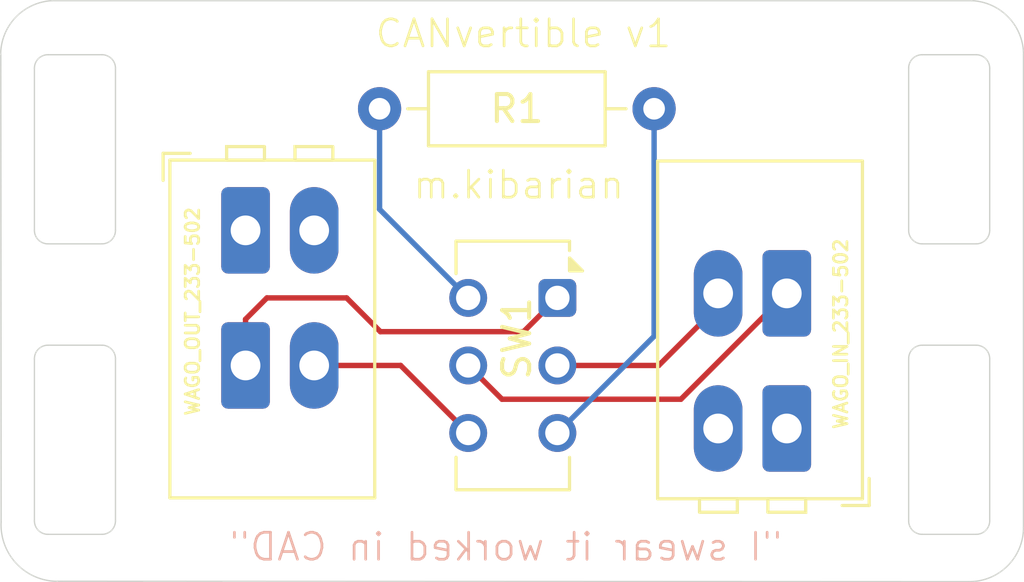
<source format=kicad_pcb>
(kicad_pcb (version 20240108) (generator "pcbnew") (generator_version "8.0")
  (layers (0 "F.Cu" signal) (31 "B.Cu" signal) (34 "B.Paste" user) (35 "F.Paste" user) (36 "B.SilkS" user "B.Silkscreen") (37 "F.SilkS" user "F.Silkscreen") (38 "B.Mask" user) (39 "F.Mask" user) (44 "Edge.Cuts" user))
  (net 0 "")
  (net 1 "Net-(SW1A-C)")
  (net 2 "Net-(SW1B-C)")
  (net 3 "CAN-L-OUT")
  (net 4 "CAN-L-IN")
  (net 5 "CAN-H-IN")
  (net 6 "CAN-H-OUT")
  (footprint "TerminalBlock_WAGO:TerminalBlock_WAGO_233-502_2x02_P2.54mm" (layer "F.Cu") (at 135.96 83.5)
    (property "Reference" "WAGO_OUT_233-502" (at -1.96 3 90) (layer "F.SilkS") (effects (font (size 0.5 0.5) (thickness 0.1) (bold yes))))
    (property "Value" "TerminalBlock_WAGO_233-502_2x02_P2.54mm" (hide yes))
    (fp_line (start -3.05 -2.85) (end -2.05 -2.85) (stroke (width 0.12)) (layer "F.SilkS"))
    (fp_line (start -3.05 -1.85) (end -3.05 -2.85) (stroke (width 0.12)) (layer "F.SilkS"))
    (fp_line (start -2.8 -2.6) (end 4.78 -2.6) (stroke (width 0.12)) (layer "F.SilkS"))
    (fp_line (start -2.8 9.9) (end -2.8 -2.6) (stroke (width 0.12)) (layer "F.SilkS"))
    (fp_line (start 4.78 -2.6) (end 4.78 9.9) (stroke (width 0.12)) (layer "F.SilkS"))
    (fp_line (start 4.78 9.9) (end -2.8 9.9) (stroke (width 0.12)) (layer "F.SilkS"))
    (fp_rect (start -0.7 -3.1) (end 0.7 -2.6) (stroke (width 0.12)) (fill none) (layer "F.SilkS"))
    (fp_rect (start 1.83 -3.1) (end 3.23 -2.6) (stroke (width 0.12)) (fill none) (layer "F.SilkS"))
    (pad "1" thru_hole roundrect (at 0 0) (size 1.8 3.2) (drill 1.1) (layers "*.Cu" "*.Mask") (roundrect_rratio 0.1388888889))
    (pad "1" thru_hole roundrect (at 0 5) (size 1.8 3.2) (drill 1.1) (layers "*.Cu" "*.Mask") (roundrect_rratio 0.1388888889) (net 3 "CAN-L-OUT"))
    (pad "2" thru_hole oval (at 2.54 0) (size 1.8 3.2) (drill 1.1) (layers "*.Cu" "*.Mask"))
    (pad "2" thru_hole oval (at 2.54 5) (size 1.8 3.2) (drill 1.1) (layers "*.Cu" "*.Mask") (net 6 "CAN-H-OUT"))
  )
  (footprint "Resistor_THT:R_Axial_DIN0207_L6.3mm_D2.5mm_P10.16mm_Horizontal" (layer "F.Cu") (at 151.08 79 180)
    (property "Reference" "R1" (at 5.08 0 0) (layer "F.SilkS"))
    (property "Value" "120ohm" (hide yes))
    (fp_line (start 9.12 0) (end 8.35 0) (stroke (width 0.12)) (layer "F.SilkS"))
    (fp_line (start 8.35 1.37) (end 8.35 -1.37) (stroke (width 0.12)) (layer "F.SilkS"))
    (fp_line (start 8.35 -1.37) (end 1.81 -1.37) (stroke (width 0.12)) (layer "F.SilkS"))
    (fp_line (start 1.81 1.37) (end 8.35 1.37) (stroke (width 0.12)) (layer "F.SilkS"))
    (fp_line (start 1.81 -1.37) (end 1.81 1.37) (stroke (width 0.12)) (layer "F.SilkS"))
    (fp_line (start 1.04 0) (end 1.81 0) (stroke (width 0.12)) (layer "F.SilkS"))
    (pad "1" thru_hole circle (at 0 0 180) (size 1.6 1.6) (drill 0.8) (layers "*.Cu" "*.Mask") (net 1 "Net-(SW1A-C)"))
    (pad "2" thru_hole oval (at 10.16 0 180) (size 1.6 1.6) (drill 0.8) (layers "*.Cu" "*.Mask") (net 2 "Net-(SW1B-C)"))
  )
  (footprint "TerminalBlock_WAGO:TerminalBlock_WAGO_233-502_2x02_P2.54mm" (layer "F.Cu") (at 155.99 90.8325 180)
    (property "Reference" "WAGO_IN_233-502" (at -2 3.5 90) (layer "F.SilkS") (effects (font (size 0.5 0.5) (thickness 0.1) (bold yes))))
    (property "Value" "TerminalBlock_WAGO_233-502_2x02_P2.54mm" (hide yes))
    (fp_line (start 4.78 9.9) (end -2.8 9.9) (stroke (width 0.12)) (layer "F.SilkS"))
    (fp_line (start 4.78 -2.6) (end 4.78 9.9) (stroke (width 0.12)) (layer "F.SilkS"))
    (fp_line (start -2.8 9.9) (end -2.8 -2.6) (stroke (width 0.12)) (layer "F.SilkS"))
    (fp_line (start -2.8 -2.6) (end 4.78 -2.6) (stroke (width 0.12)) (layer "F.SilkS"))
    (fp_line (start -3.05 -1.85) (end -3.05 -2.85) (stroke (width 0.12)) (layer "F.SilkS"))
    (fp_line (start -3.05 -2.85) (end -2.05 -2.85) (stroke (width 0.12)) (layer "F.SilkS"))
    (fp_rect (start 1.83 -3.1) (end 3.23 -2.6) (stroke (width 0.12)) (fill none) (layer "F.SilkS"))
    (fp_rect (start -0.7 -3.1) (end 0.7 -2.6) (stroke (width 0.12)) (fill none) (layer "F.SilkS"))
    (pad "1" thru_hole roundrect (at 0 0 180) (size 1.8 3.2) (drill 1.1) (layers "*.Cu" "*.Mask") (roundrect_rratio 0.1388888889))
    (pad "1" thru_hole roundrect (at 0 5 180) (size 1.8 3.2) (drill 1.1) (layers "*.Cu" "*.Mask") (roundrect_rratio 0.1388888889) (net 5 "CAN-H-IN"))
    (pad "2" thru_hole oval (at 2.54 0 180) (size 1.8 3.2) (drill 1.1) (layers "*.Cu" "*.Mask"))
    (pad "2" thru_hole oval (at 2.54 5 180) (size 1.8 3.2) (drill 1.1) (layers "*.Cu" "*.Mask") (net 4 "CAN-L-IN"))
  )
  (footprint "Button_Switch_THT:SW_CK_JS202011CQN_DPDT_Straight" (layer "F.Cu") (at 147.5 86 -90)
    (property "Reference" "SW1" (at 1.5 1.5 90) (layer "F.SilkS"))
    (property "Value" "SW_DPDT_x2" (hide yes))
    (fp_line (start -2.1 3.75) (end -0.9 3.75) (stroke (width 0.12)) (layer "F.SilkS"))
    (fp_line (start 7.1 3.75) (end 5.9 3.75) (stroke (width 0.12)) (layer "F.SilkS"))
    (fp_line (start -2.1 -0.45) (end -2.1 3.75) (stroke (width 0.12)) (layer "F.SilkS"))
    (fp_line (start -1.75 -0.45) (end -2.1 -0.45) (stroke (width 0.12)) (layer "F.SilkS"))
    (fp_line (start 5.9 -0.45) (end 7.1 -0.45) (stroke (width 0.12)) (layer "F.SilkS"))
    (fp_line (start 7.1 -0.45) (end 7.1 3.75) (stroke (width 0.12)) (layer "F.SilkS"))
    (fp_poly (pts (xy -1 -0.45) (xy -1.48 -0.45) (xy -1 -0.93) (xy -1 -0.45)) (stroke (width 0.12)) (fill solid) (layer "F.SilkS"))
    (pad "1" thru_hole roundrect (at 0 0 270) (size 1.4 1.4) (drill 0.9) (layers "*.Cu" "*.Mask") (roundrect_rratio 0.1785714286) (net 3 "CAN-L-OUT"))
    (pad "2" thru_hole circle (at 2.5 0 270) (size 1.4 1.4) (drill 0.9) (layers "*.Cu" "*.Mask") (net 4 "CAN-L-IN"))
    (pad "3" thru_hole circle (at 5 0 270) (size 1.4 1.4) (drill 0.9) (layers "*.Cu" "*.Mask") (net 1 "Net-(SW1A-C)"))
    (pad "4" thru_hole circle (at 5 3.3 270) (size 1.4 1.4) (drill 0.9) (layers "*.Cu" "*.Mask") (net 6 "CAN-H-OUT"))
    (pad "5" thru_hole circle (at 2.5 3.3 270) (size 1.4 1.4) (drill 0.9) (layers "*.Cu" "*.Mask") (net 5 "CAN-H-IN"))
    (pad "6" thru_hole circle (at 0 3.3 270) (size 1.4 1.4) (drill 0.9) (layers "*.Cu" "*.Mask") (net 2 "Net-(SW1B-C)"))
  )
  (gr_arc (start 163 77) (mid 163.353553 77.146447) (end 163.5 77.5) (stroke (width 0.05)) (layer "Edge.Cuts"))
  (gr_line (start 131.146447 77.5) (end 131.146447 83.5) (stroke (width 0.05)) (layer "Edge.Cuts"))
  (gr_line (start 128.146447 83.5) (end 128.146447 77.5) (stroke (width 0.05)) (layer "Edge.Cuts"))
  (gr_arc (start 131.146447 83.5) (mid 131 83.853553) (end 130.646447 84) (stroke (width 0.05)) (layer "Edge.Cuts"))
  (gr_arc (start 164.75 94.5) (mid 164.164213 95.914209) (end 162.75 96.5) (stroke (width 0.05)) (layer "Edge.Cuts"))
  (gr_line (start 163.5 88.25) (end 163.5 94.25) (stroke (width 0.05)) (layer "Edge.Cuts"))
  (gr_line (start 161 87.75) (end 163 87.75) (stroke (width 0.05)) (layer "Edge.Cuts"))
  (gr_arc (start 128.146447 77.5) (mid 128.292894 77.146447) (end 128.646447 77) (stroke (width 0.05)) (layer "Edge.Cuts"))
  (gr_arc (start 128.646447 84) (mid 128.292894 83.853553) (end 128.146447 83.5) (stroke (width 0.05)) (layer "Edge.Cuts"))
  (gr_arc (start 160.5 77.5) (mid 160.646447 77.146447) (end 161 77) (stroke (width 0.05)) (layer "Edge.Cuts"))
  (gr_arc (start 130.646447 87.75) (mid 131 87.896447) (end 131.146447 88.25) (stroke (width 0.05)) (layer "Edge.Cuts"))
  (gr_line (start 128.646447 87.75) (end 130.646447 87.75) (stroke (width 0.05)) (layer "Edge.Cuts"))
  (gr_arc (start 161 84) (mid 160.646447 83.853553) (end 160.5 83.5) (stroke (width 0.05)) (layer "Edge.Cuts"))
  (gr_arc (start 129 96.488181) (mid 127.488491 95.840778) (end 126.914215 94.3) (stroke (width 0.05)) (layer "Edge.Cuts"))
  (gr_line (start 130.646447 94.75) (end 128.646447 94.75) (stroke (width 0.05)) (layer "Edge.Cuts"))
  (gr_line (start 162.75 96.5) (end 129 96.485786) (stroke (width 0.05)) (layer "Edge.Cuts"))
  (gr_line (start 160.5 83.5) (end 160.5 77.5) (stroke (width 0.05)) (layer "Edge.Cuts"))
  (gr_arc (start 163.5 83.5) (mid 163.353553 83.853553) (end 163 84) (stroke (width 0.05)) (layer "Edge.Cuts"))
  (gr_line (start 163.5 77.5) (end 163.5 83.5) (stroke (width 0.05)) (layer "Edge.Cuts"))
  (gr_line (start 164.75 94.5) (end 164.75 77) (stroke (width 0.05)) (layer "Edge.Cuts"))
  (gr_line (start 128.646447 77) (end 130.646447 77) (stroke (width 0.05)) (layer "Edge.Cuts"))
  (gr_line (start 163 94.75) (end 161 94.75) (stroke (width 0.05)) (layer "Edge.Cuts"))
  (gr_arc (start 131.146447 94.25) (mid 131 94.603553) (end 130.646447 94.75) (stroke (width 0.05)) (layer "Edge.Cuts"))
  (gr_arc (start 161 94.75) (mid 160.646447 94.603553) (end 160.5 94.25) (stroke (width 0.05)) (layer "Edge.Cuts"))
  (gr_arc (start 160.5 88.25) (mid 160.646447 87.896447) (end 161 87.75) (stroke (width 0.05)) (layer "Edge.Cuts"))
  (gr_line (start 126.914214 94.3) (end 126.902675 77) (stroke (width 0.05)) (layer "Edge.Cuts"))
  (gr_line (start 131.146447 88.25) (end 131.146447 94.25) (stroke (width 0.05)) (layer "Edge.Cuts"))
  (gr_line (start 128.146447 94.25) (end 128.146447 88.25) (stroke (width 0.05)) (layer "Edge.Cuts"))
  (gr_arc (start 128.146447 88.25) (mid 128.292894 87.896447) (end 128.646447 87.75) (stroke (width 0.05)) (layer "Edge.Cuts"))
  (gr_arc (start 130.646447 77) (mid 131 77.146447) (end 131.146447 77.5) (stroke (width 0.05)) (layer "Edge.Cuts"))
  (gr_line (start 128.8 75) (end 162.835787 75) (stroke (width 0.05)) (layer "Edge.Cuts"))
  (gr_arc (start 163.5 94.25) (mid 163.353553 94.603553) (end 163 94.75) (stroke (width 0.05)) (layer "Edge.Cuts"))
  (gr_arc (start 163 87.75) (mid 163.353553 87.896447) (end 163.5 88.25) (stroke (width 0.05)) (layer "Edge.Cuts"))
  (gr_line (start 161 77) (end 163 77) (stroke (width 0.05)) (layer "Edge.Cuts"))
  (gr_line (start 130.646447 84) (end 128.646447 84) (stroke (width 0.05)) (layer "Edge.Cuts"))
  (gr_arc (start 128.646447 94.75) (mid 128.292894 94.603553) (end 128.146447 94.25) (stroke (width 0.05)) (layer "Edge.Cuts"))
  (gr_line (start 160.5 94.25) (end 160.5 88.25) (stroke (width 0.05)) (layer "Edge.Cuts"))
  (gr_line (start 163 84) (end 161 84) (stroke (width 0.05)) (layer "Edge.Cuts"))
  (gr_arc (start 126.897502 77) (mid 127.449095 75.619828) (end 128.8 75) (stroke (width 0.05)) (layer "Edge.Cuts"))
  (gr_arc (start 162.835787 75) (mid 164.195526 75.615148) (end 164.751839 77) (stroke (width 0.05)) (layer "Edge.Cuts"))
  (gr_text "{dblquote}I swear it worked in CAD{dblquote}" (at 155.9 95.8 0) (layer "B.SilkS") (effects (font (size 1 1) (thickness 0.1)) (justify left bottom mirror)))
  (gr_text "m.kibarian" (at 142.1 82.4 0) (layer "F.SilkS") (effects (font (size 1 1) (thickness 0.1)) (justify left bottom)))
  (gr_text "CANvertible v1" (at 140.7 76.8 0) (layer "F.SilkS") (effects (font (size 1 1) (thickness 0.1)) (justify left bottom)))
  (segment (start 151.08 87.42) (end 151.08 79) (width 0.2) (layer "B.Cu") (net 1))
  (segment (start 147.5 91) (end 151.08 87.42) (width 0.2) (layer "B.Cu") (net 1))
  (segment (start 140.92 82.72) (end 144.2 86) (width 0.2) (layer "B.Cu") (net 2))
  (segment (start 140.92 79) (end 140.92 82.72) (width 0.2) (layer "B.Cu") (net 2))
  (segment (start 136.75 86) (end 135.96 86.79) (width 0.2) (layer "F.Cu") (net 3))
  (segment (start 146.25 87.25) (end 140.95 87.25) (width 0.2) (layer "F.Cu") (net 3))
  (segment (start 140.95 87.25) (end 139.7 86) (width 0.2) (layer "F.Cu") (net 3))
  (segment (start 135.96 86.79) (end 135.96 88.5) (width 0.2) (layer "F.Cu") (net 3))
  (segment (start 147.5 86) (end 146.25 87.25) (width 0.2) (layer "F.Cu") (net 3))
  (segment (start 139.7 86) (end 136.75 86) (width 0.2) (layer "F.Cu") (net 3))
  (segment (start 147.5 88.5) (end 151.25 88.5) (width 0.2) (layer "F.Cu") (net 4))
  (segment (start 151.25 88.5) (end 153.45 86.3) (width 0.2) (layer "F.Cu") (net 4))
  (segment (start 153.45 86.3) (end 153.45 85.8325) (width 0.2) (layer "F.Cu") (net 4))
  (segment (start 145.45 89.75) (end 152.0725 89.75) (width 0.2) (layer "F.Cu") (net 5))
  (segment (start 144.2 88.5) (end 145.45 89.75) (width 0.2) (layer "F.Cu") (net 5))
  (segment (start 152.0725 89.75) (end 155.99 85.8325) (width 0.2) (layer "F.Cu") (net 5))
  (segment (start 141.7 88.5) (end 144.2 91) (width 0.2) (layer "F.Cu") (net 6))
  (segment (start 138.5 88.5) (end 141.7 88.5) (width 0.2) (layer "F.Cu") (net 6))
)
</source>
